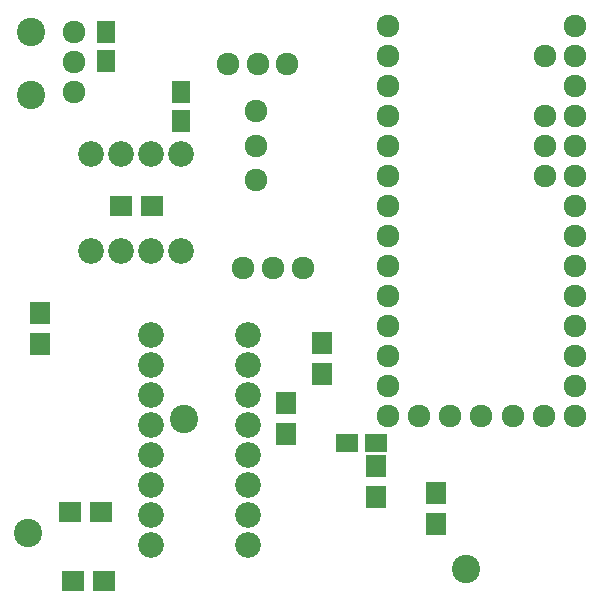
<source format=gbr>
G04 #@! TF.FileFunction,Soldermask,Bot*
%FSLAX46Y46*%
G04 Gerber Fmt 4.6, Leading zero omitted, Abs format (unit mm)*
G04 Created by KiCad (PCBNEW 4.0.7) date 10/29/17 06:02:24*
%MOMM*%
%LPD*%
G01*
G04 APERTURE LIST*
%ADD10C,0.100000*%
%ADD11R,1.900000X1.700000*%
%ADD12C,2.180000*%
%ADD13C,1.924000*%
%ADD14R,1.650000X1.900000*%
%ADD15R,1.900000X1.650000*%
%ADD16R,1.700000X1.900000*%
%ADD17C,2.178000*%
%ADD18C,2.400000*%
G04 APERTURE END LIST*
D10*
D11*
X104060000Y-87884000D03*
X106760000Y-87884000D03*
D12*
X110678000Y-67117000D03*
X110678000Y-69657000D03*
X110678000Y-72197000D03*
X110678000Y-74737000D03*
X110678000Y-77277000D03*
X110678000Y-79817000D03*
X110678000Y-82357000D03*
X110678000Y-84897000D03*
X118938000Y-67117000D03*
X118938000Y-69657000D03*
X118938000Y-72197000D03*
X118938000Y-74737000D03*
X118938000Y-77277000D03*
X118938000Y-79817000D03*
X118938000Y-82357000D03*
X118938000Y-84897000D03*
D13*
X119596000Y-51054000D03*
X119634000Y-48154000D03*
X119634000Y-53954000D03*
D14*
X106934000Y-41422000D03*
X106934000Y-43922000D03*
X113284000Y-46502000D03*
X113284000Y-49002000D03*
D15*
X129774000Y-76200000D03*
X127274000Y-76200000D03*
D11*
X110824000Y-56134000D03*
X108124000Y-56134000D03*
D16*
X101346000Y-65198000D03*
X101346000Y-67898000D03*
X125222000Y-70438000D03*
X125222000Y-67738000D03*
X129794000Y-78152000D03*
X129794000Y-80852000D03*
X134874000Y-80438000D03*
X134874000Y-83138000D03*
X122174000Y-72818000D03*
X122174000Y-75518000D03*
D11*
X106506000Y-82042000D03*
X103806000Y-82042000D03*
D13*
X146604000Y-40894000D03*
X146604000Y-43434000D03*
X146604000Y-45974000D03*
X146604000Y-48514000D03*
X146604000Y-51054000D03*
X146604000Y-53594000D03*
X146604000Y-56134000D03*
X146604000Y-58674000D03*
X146604000Y-61214000D03*
X146604000Y-63754000D03*
X146604000Y-66294000D03*
X146604000Y-68834000D03*
X146604000Y-71374000D03*
X146604000Y-73914000D03*
X130764000Y-40894000D03*
X130764000Y-43434000D03*
X130764000Y-45974000D03*
X130764000Y-48514000D03*
X130764000Y-51054000D03*
X130764000Y-53594000D03*
X130764000Y-56134000D03*
X130764000Y-58674000D03*
X130764000Y-61214000D03*
X130764000Y-63754000D03*
X130764000Y-66294000D03*
X130764000Y-68834000D03*
X130764000Y-71374000D03*
X130764000Y-73914000D03*
X133404000Y-73914000D03*
X136044000Y-73914000D03*
X138684000Y-73914000D03*
X141324000Y-73914000D03*
X143964000Y-73914000D03*
X144064000Y-43434000D03*
X144064000Y-48514000D03*
X144064000Y-51054000D03*
X144064000Y-53594000D03*
X104180000Y-46482000D03*
X104180000Y-43942000D03*
X104180000Y-41402000D03*
D17*
X113284000Y-60007500D03*
X113284000Y-51752500D03*
X110744000Y-60007500D03*
X108204000Y-60007500D03*
X105664000Y-60007500D03*
X110744000Y-51752500D03*
X108204000Y-51752500D03*
X105664000Y-51752500D03*
D18*
X100330000Y-83820000D03*
X100584000Y-41402000D03*
D13*
X122258000Y-44120000D03*
X119758000Y-44120000D03*
X117258000Y-44120000D03*
X118534000Y-61392000D03*
X121034000Y-61392000D03*
X123534000Y-61392000D03*
D18*
X100584000Y-46736000D03*
X113538000Y-74168000D03*
X137414000Y-86868000D03*
M02*

</source>
